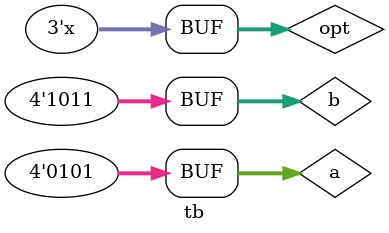
<source format=v>
`timescale 1ns / 1ps

module tb();
reg [3:0]a,b;
reg[2:0]opt;
wire [3:0]out;
wire out2;
wire carry,overflow,sign,zero,parity;
alu dut(a,b,out2,opt,out,carry,overflow,sign,zero,parity);
 initial begin
 a=4'b0101;
 b=4'b1011;
 opt=3'b000;
 end
 always #5 opt=opt+1;
 
 
endmodule

</source>
